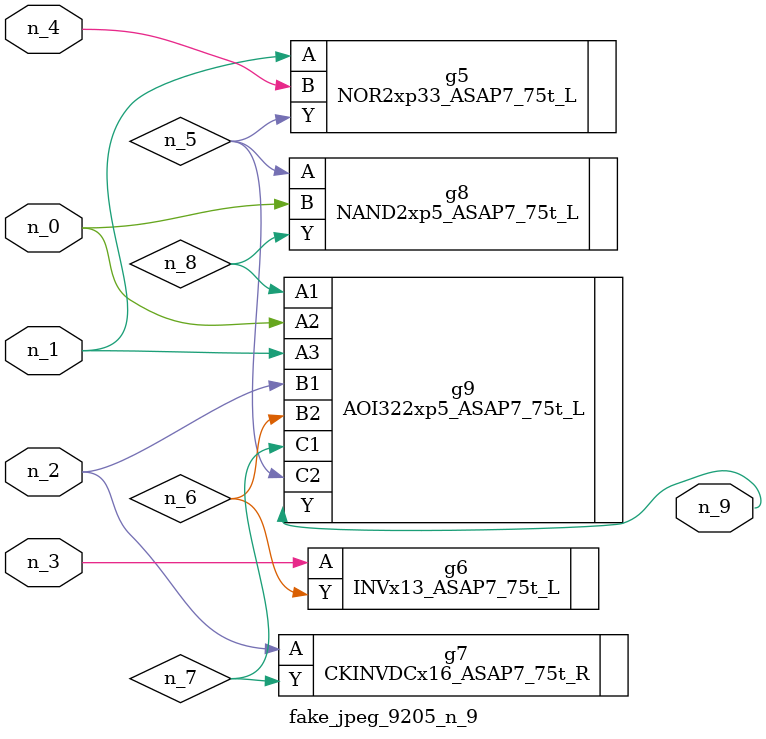
<source format=v>
module fake_jpeg_9205_n_9 (n_3, n_2, n_1, n_0, n_4, n_9);

input n_3;
input n_2;
input n_1;
input n_0;
input n_4;

output n_9;

wire n_8;
wire n_6;
wire n_5;
wire n_7;

NOR2xp33_ASAP7_75t_L g5 ( 
.A(n_1),
.B(n_4),
.Y(n_5)
);

INVx13_ASAP7_75t_L g6 ( 
.A(n_3),
.Y(n_6)
);

CKINVDCx16_ASAP7_75t_R g7 ( 
.A(n_2),
.Y(n_7)
);

NAND2xp5_ASAP7_75t_L g8 ( 
.A(n_5),
.B(n_0),
.Y(n_8)
);

AOI322xp5_ASAP7_75t_L g9 ( 
.A1(n_8),
.A2(n_0),
.A3(n_1),
.B1(n_2),
.B2(n_6),
.C1(n_7),
.C2(n_5),
.Y(n_9)
);


endmodule
</source>
